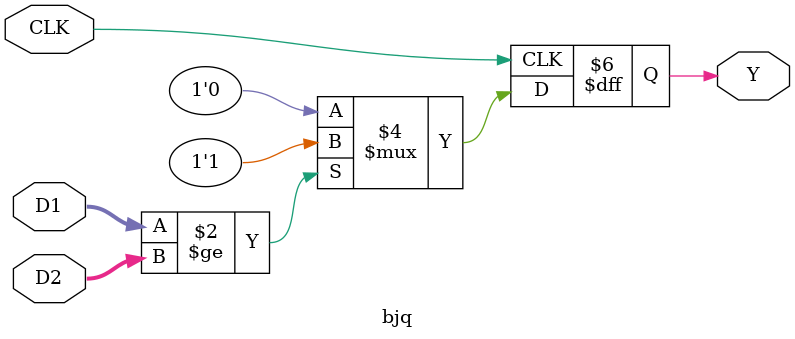
<source format=v>
module bjq(CLK,D1,D2,Y);

input CLK;
input [9:0] D1,D2;
output Y;

reg Y;

always @(posedge CLK)
if(D1>=D2) Y<=1'b1;
else Y<=1'b0;

endmodule

</source>
